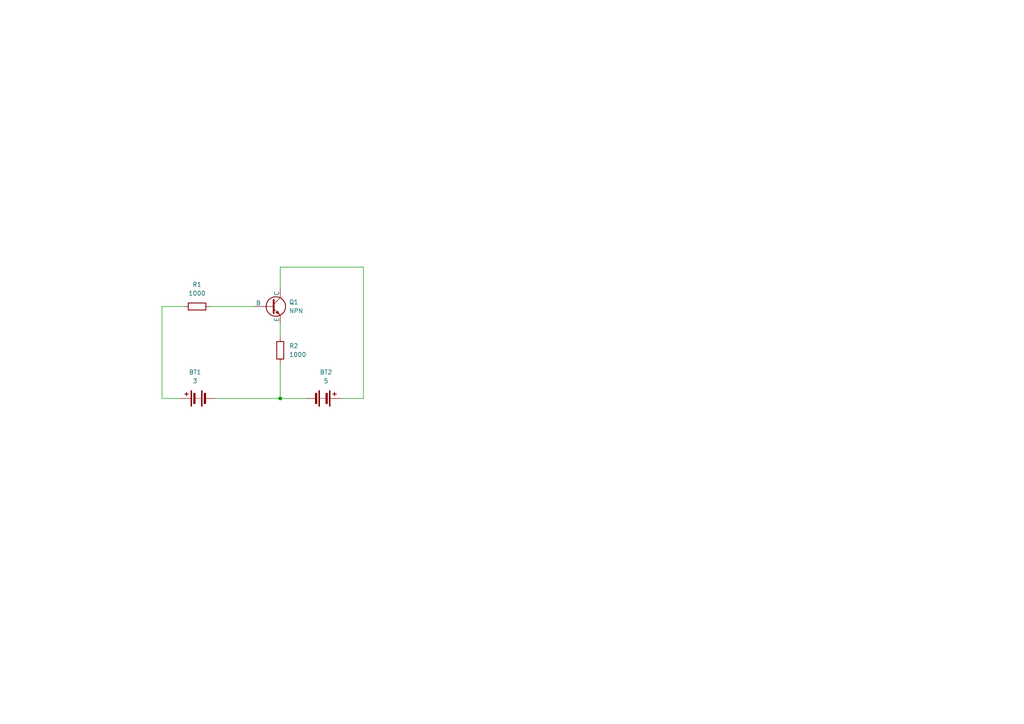
<source format=kicad_sch>
(kicad_sch (version 20230121) (generator eeschema)
  (paper "A4")
  (lib_symbols
    (symbol "Device:Battery" (pin_numbers hide) (pin_names (offset 0) hide)
      (property "Reference" "BT" (at 2.54 2.54 0))
      (property "Value" "Battery" (at 2.54 0 0))
      (symbol "Battery_0_1"
        (rectangle (start -2.286 -1.27) (end 2.286 -1.524) (fill (type outline)))
        (rectangle (start -2.286 1.778) (end 2.286 1.524) (fill (type outline)))
        (rectangle (start -1.524 -2.032) (end 1.524 -2.54) (fill (type outline)))
        (rectangle (start -1.524 1.016) (end 1.524 0.508) (fill (type outline)))
        (polyline (pts (xy 0 -1.016) (xy 0 -0.762)))
        (polyline (pts (xy 0 -0.508) (xy 0 -0.254)))
        (polyline (pts (xy 0 0) (xy 0 0.254)))
        (polyline (pts (xy 0 1.778) (xy 0 2.54)))
        (polyline (pts (xy 0.762 3.048) (xy 1.778 3.048)) (stroke (width 0.254)))
        (polyline (pts (xy 1.27 3.556) (xy 1.27 2.54)) (stroke (width 0.254)))
      )
      (symbol "Battery_1_1"
        (pin passive line (at 0 5.08 270) (length 2.54) (name "+") (number "1"))
        (pin passive line (at 0 -5.08 90) (length 2.54) (name "-") (number "2"))
      )
    )
    (symbol "Device:R" (pin_numbers hide) (pin_names (offset 0))
      (property "Reference" "R" (at 2.032 0 90))
      (property "Value" "R" (at 0 0 90))
      (symbol "R_0_1"
        (rectangle (start -1.016 -2.54) (end 1.016 2.54) (stroke (width 0.254)))
      )
      (symbol "R_1_1"
        (pin passive line (at 0 3.81 270) (length 1.27) (name "~") (number "1"))
        (pin passive line (at 0 -3.81 90) (length 1.27) (name "~") (number "2"))
      )
    )
    (symbol "Simulation_SPICE:NPN" (pin_numbers hide) (pin_names (offset 0))
      (property "Reference" "Q" (at -2.54 7.62 0))
      (property "Value" "NPN" (at -2.54 5.08 0))
      (symbol "NPN_0_1"
        (polyline (pts (xy -2.54 0) (xy 0.635 0)) (stroke (width 0.1524)))
        (polyline (pts (xy 0.635 0.635) (xy 2.54 2.54)))
        (polyline (pts (xy 2.794 -1.27) (xy 2.794 -1.27)) (stroke (width 0.1524)))
        (polyline (pts (xy 2.794 -1.27) (xy 2.794 -1.27)) (stroke (width 0.1524)))
        (polyline (pts (xy 0.635 -0.635) (xy 2.54 -2.54) (xy 2.54 -2.54)))
        (polyline (pts (xy 0.635 1.905) (xy 0.635 -1.905) (xy 0.635 -1.905)) (stroke (width 0.508)))
        (polyline (pts (xy 1.27 -1.778) (xy 1.778 -1.27) (xy 2.286 -2.286) (xy 1.27 -1.778) (xy 1.27 -1.778)) (fill (type outline)))
        (circle (center 1.27 0) (radius 2.8194) (stroke (width 0.254)))
      )
      (symbol "NPN_1_1"
        (pin open_collector line (at 2.54 5.08 270) (length 2.54) (name "C") (number "1"))
        (pin input line (at -5.08 0 0) (length 2.54) (name "B") (number "2"))
        (pin open_emitter line (at 2.54 -5.08 90) (length 2.54) (name "E") (number "3"))
      )
    )
  )
  (junction (at 81.28 115.57))
  (wire (pts (xy 105.41 77.47) (xy 105.41 115.57)))
  (wire (pts (xy 81.28 83.82) (xy 81.28 77.47)))
  (wire (pts (xy 62.23 115.57) (xy 81.28 115.57)))
  (wire (pts (xy 60.96 88.9) (xy 73.66 88.9)))
  (wire (pts (xy 81.28 93.98) (xy 81.28 97.79)))
  (wire (pts (xy 81.28 105.41) (xy 81.28 115.57)))
  (wire (pts (xy 52.07 115.57) (xy 46.99 115.57)))
  (wire (pts (xy 81.28 77.47) (xy 105.41 77.47)))
  (wire (pts (xy 105.41 115.57) (xy 99.06 115.57)))
  (wire (pts (xy 81.28 115.57) (xy 88.9 115.57)))
  (wire (pts (xy 46.99 88.9) (xy 53.34 88.9)))
  (wire (pts (xy 46.99 115.57) (xy 46.99 88.9)))
  (symbol (lib_id "Simulation_SPICE:NPN") (at 78.74 88.9 0) (unit 1)
    (property "Reference" "Q1" (at 83.82 87.63 0) (effects (justify left)))
    (property "Value" "NPN" (at 83.82 90.17 0) (effects (justify left)))
    (property "Sim.Device" "NPN" (effects hide))
    (property "Sim.Type" "GUMMELPOON" (effects hide))
    (property "Sim.Pins" "1=C 2=B 3=E" (effects hide))
  )
  (symbol (lib_id "Device:R") (at 81.28 101.6 0) (unit 1)
    (property "Reference" "R2" (at 83.82 100.33 0) (effects (justify left)))
    (property "Value" "1000" (at 83.82 102.87 0) (effects (justify left)))
  )
  (symbol (lib_id "Device:R") (at 57.15 88.9 90) (unit 1)
    (property "Reference" "R1" (at 57.15 82.55 90))
    (property "Value" "1000" (at 57.15 85.09 90))
  )
  (symbol (lib_id "Device:Battery") (at 93.98 115.57 270) (mirror x) (unit 1)
    (property "Reference" "BT2" (at 94.5515 107.95 90))
    (property "Value" "5" (at 94.5515 110.49 90))
    (property "Sim.Device" "V" (effects hide))
    (property "Sim.Type" "DC" (effects hide))
    (property "Sim.Pins" "1=+ 2=-" (effects hide))
    (property "Sim.Params" "dc=5" (effects hide))
  )
  (symbol (lib_id "Device:Battery") (at 57.15 115.57 90) (unit 1)
    (property "Reference" "BT1" (at 56.5785 107.95 90))
    (property "Value" "3" (at 56.5785 110.49 90))
    (property "Sim.Device" "V" (effects hide))
    (property "Sim.Type" "DC" (effects hide))
    (property "Sim.Pins" "1=+ 2=-" (effects hide))
    (property "Sim.Params" "dc=3" (effects hide))
  )
)
</source>
